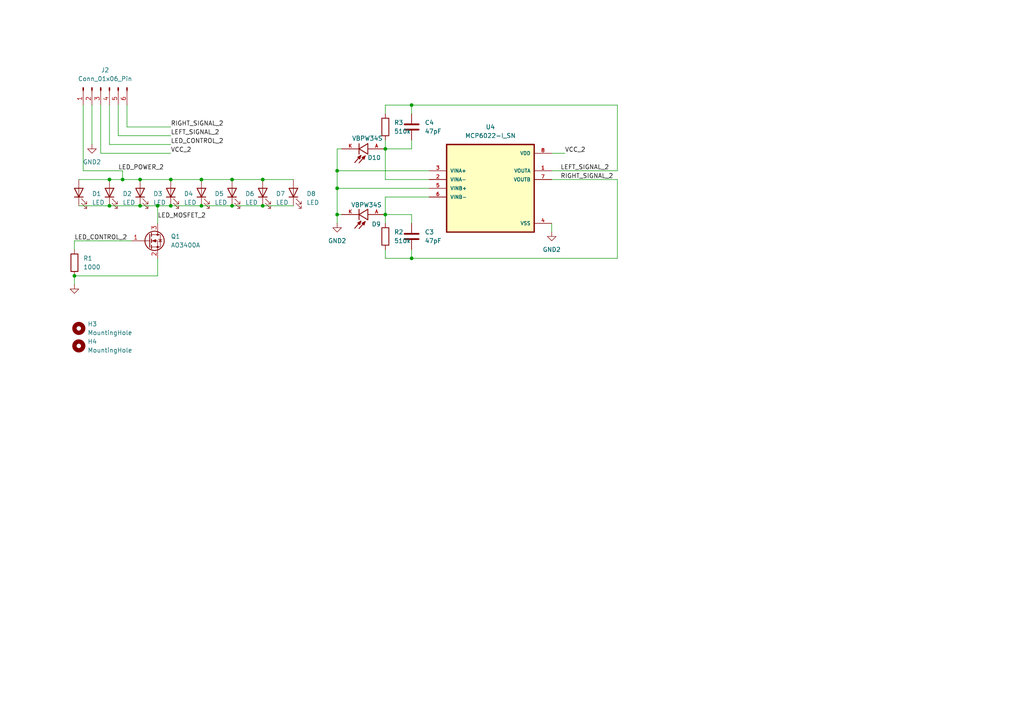
<source format=kicad_sch>
(kicad_sch (version 20231120) (generator "eeschema") (generator_version "8.0")
  (paper "A4")
  (lib_symbols
    (symbol "Connector:Conn_01x06_Pin" (pin_names (offset 1.016) hide)
      (property "Reference" "J" (at 0 7.62 0))
      (property "Value" "Conn_01x06_Pin" (at 0 -10.16 0))
      (symbol "Conn_01x06_Pin_1_1"
        (polyline (pts (xy 1.27 -7.62) (xy 0.8636 -7.62)) (stroke (width 0.1524)))
        (polyline (pts (xy 1.27 -5.08) (xy 0.8636 -5.08)) (stroke (width 0.1524)))
        (polyline (pts (xy 1.27 -2.54) (xy 0.8636 -2.54)) (stroke (width 0.1524)))
        (polyline (pts (xy 1.27 0) (xy 0.8636 0)) (stroke (width 0.1524)))
        (polyline (pts (xy 1.27 2.54) (xy 0.8636 2.54)) (stroke (width 0.1524)))
        (polyline (pts (xy 1.27 5.08) (xy 0.8636 5.08)) (stroke (width 0.1524)))
        (rectangle (start 0.8636 -7.493) (end 0 -7.747) (stroke (width 0.1524)) (fill (type outline)))
        (rectangle (start 0.8636 -4.953) (end 0 -5.207) (stroke (width 0.1524)) (fill (type outline)))
        (rectangle (start 0.8636 -2.413) (end 0 -2.667) (stroke (width 0.1524)) (fill (type outline)))
        (rectangle (start 0.8636 0.127) (end 0 -0.127) (stroke (width 0.1524)) (fill (type outline)))
        (rectangle (start 0.8636 2.667) (end 0 2.413) (stroke (width 0.1524)) (fill (type outline)))
        (rectangle (start 0.8636 5.207) (end 0 4.953) (stroke (width 0.1524)) (fill (type outline)))
        (pin passive line (at 5.08 5.08 180) (length 3.81) (name "Pin_1") (number "1"))
        (pin passive line (at 5.08 2.54 180) (length 3.81) (name "Pin_2") (number "2"))
        (pin passive line (at 5.08 0 180) (length 3.81) (name "Pin_3") (number "3"))
        (pin passive line (at 5.08 -2.54 180) (length 3.81) (name "Pin_4") (number "4"))
        (pin passive line (at 5.08 -5.08 180) (length 3.81) (name "Pin_5") (number "5"))
        (pin passive line (at 5.08 -7.62 180) (length 3.81) (name "Pin_6") (number "6"))
      )
    )
    (symbol "Device:C" (pin_numbers hide) (pin_names (offset 0.254))
      (property "Reference" "C" (at 0.635 2.54 0))
      (property "Value" "C" (at 0.635 -2.54 0))
      (symbol "C_0_1"
        (polyline (pts (xy -2.032 -0.762) (xy 2.032 -0.762)) (stroke (width 0.508)))
        (polyline (pts (xy -2.032 0.762) (xy 2.032 0.762)) (stroke (width 0.508)))
      )
      (symbol "C_1_1"
        (pin passive line (at 0 3.81 270) (length 2.794) (name "~") (number "1"))
        (pin passive line (at 0 -3.81 90) (length 2.794) (name "~") (number "2"))
      )
    )
    (symbol "Device:LED" (pin_numbers hide) (pin_names (offset 1.016) hide)
      (property "Reference" "D" (at 0 2.54 0))
      (property "Value" "LED" (at 0 -2.54 0))
      (symbol "LED_0_1"
        (polyline (pts (xy -1.27 -1.27) (xy -1.27 1.27)) (stroke (width 0.254)))
        (polyline (pts (xy -1.27 0) (xy 1.27 0)))
        (polyline (pts (xy 1.27 -1.27) (xy 1.27 1.27) (xy -1.27 0) (xy 1.27 -1.27)) (stroke (width 0.254)))
        (polyline (pts (xy -3.048 -0.762) (xy -4.572 -2.286) (xy -3.81 -2.286) (xy -4.572 -2.286) (xy -4.572 -1.524)))
        (polyline (pts (xy -1.778 -0.762) (xy -3.302 -2.286) (xy -2.54 -2.286) (xy -3.302 -2.286) (xy -3.302 -1.524)))
      )
      (symbol "LED_1_1"
        (pin passive line (at -3.81 0 0) (length 2.54) (name "K") (number "1"))
        (pin passive line (at 3.81 0 180) (length 2.54) (name "A") (number "2"))
      )
    )
    (symbol "Device:R" (pin_numbers hide) (pin_names (offset 0))
      (property "Reference" "R" (at 2.032 0 90))
      (property "Value" "R" (at 0 0 90))
      (symbol "R_0_1"
        (rectangle (start -1.016 -2.54) (end 1.016 2.54) (stroke (width 0.254)))
      )
      (symbol "R_1_1"
        (pin passive line (at 0 3.81 270) (length 1.27) (name "~") (number "1"))
        (pin passive line (at 0 -3.81 90) (length 1.27) (name "~") (number "2"))
      )
    )
    (symbol "MCP6022-I_SN:MCP6022-I_SN" (pin_names (offset 1.016))
      (property "Reference" "U" (at -12.7 13.7 0))
      (property "Value" "MCP6022-I_SN" (at -12.7 -16.7 0))
      (symbol "MCP6022-I_SN_0_0"
        (rectangle (start -12.7 -12.7) (end 12.7 12.7) (stroke (width 0.41)) (fill (type background)))
        (pin output line (at 17.78 5.08 180) (length 5.08) (name "VOUTA") (number "1"))
        (pin input line (at -17.78 2.54 0) (length 5.08) (name "VINA-") (number "2"))
        (pin input line (at -17.78 5.08 0) (length 5.08) (name "VINA+") (number "3"))
        (pin power_in line (at 17.78 -10.16 180) (length 5.08) (name "VSS") (number "4"))
        (pin input line (at -17.78 0 0) (length 5.08) (name "VINB+") (number "5"))
        (pin input line (at -17.78 -2.54 0) (length 5.08) (name "VINB-") (number "6"))
        (pin output line (at 17.78 2.54 180) (length 5.08) (name "VOUTB") (number "7"))
        (pin power_in line (at 17.78 10.16 180) (length 5.08) (name "VDD") (number "8"))
      )
    )
    (symbol "Mechanical:MountingHole" (pin_names (offset 1.016)) (exclude_from_sim yes) (in_bom no)
      (property "Reference" "H" (at 0 5.08 0))
      (property "Value" "MountingHole" (at 0 3.175 0))
      (symbol "MountingHole_0_1"
        (circle (center 0 0) (radius 1.27) (stroke (width 1.27)))
      )
    )
    (symbol "Transistor_FET:AO3400A" (pin_names hide)
      (property "Reference" "Q" (at 5.08 1.905 0))
      (property "Value" "AO3400A" (at 5.08 0 0))
      (symbol "AO3400A_0_1"
        (polyline (pts (xy 0.254 0) (xy -2.54 0)))
        (polyline (pts (xy 0.254 1.905) (xy 0.254 -1.905)) (stroke (width 0.254)))
        (polyline (pts (xy 0.762 -1.27) (xy 0.762 -2.286)) (stroke (width 0.254)))
        (polyline (pts (xy 0.762 0.508) (xy 0.762 -0.508)) (stroke (width 0.254)))
        (polyline (pts (xy 0.762 2.286) (xy 0.762 1.27)) (stroke (width 0.254)))
        (polyline (pts (xy 2.54 2.54) (xy 2.54 1.778)))
        (polyline (pts (xy 2.54 -2.54) (xy 2.54 0) (xy 0.762 0)))
        (polyline (pts (xy 0.762 -1.778) (xy 3.302 -1.778) (xy 3.302 1.778) (xy 0.762 1.778)))
        (polyline (pts (xy 1.016 0) (xy 2.032 0.381) (xy 2.032 -0.381) (xy 1.016 0)) (fill (type outline)))
        (polyline (pts (xy 2.794 0.508) (xy 2.921 0.381) (xy 3.683 0.381) (xy 3.81 0.254)))
        (polyline (pts (xy 3.302 0.381) (xy 2.921 -0.254) (xy 3.683 -0.254) (xy 3.302 0.381)))
        (circle (center 1.651 0) (radius 2.794) (stroke (width 0.254)))
        (circle (center 2.54 -1.778) (radius 0.254) (fill (type outline)))
        (circle (center 2.54 1.778) (radius 0.254) (fill (type outline)))
      )
      (symbol "AO3400A_1_1"
        (pin input line (at -5.08 0 0) (length 2.54) (name "G") (number "1"))
        (pin passive line (at 2.54 -5.08 90) (length 2.54) (name "S") (number "2"))
        (pin passive line (at 2.54 5.08 270) (length 2.54) (name "D") (number "3"))
      )
    )
    (symbol "VBPW34S:VBPW34S" (pin_names (offset 1.016))
      (property "Reference" "D" (at -0.5588 4.4958 0))
      (property "Value" "VBPW34S" (at -1.016 -3.302 0))
      (symbol "VBPW34S_0_0"
        (polyline (pts (xy 0 -1.524) (xy 2.54 0)) (stroke (width 0.254)))
        (polyline (pts (xy 0 1.524) (xy 0 -1.524)) (stroke (width 0.254)))
        (polyline (pts (xy 0.762 2.032) (xy 1.0922 2.9972)) (stroke (width 0.254)))
        (polyline (pts (xy 0.762 2.032) (xy 2.54 4.064)) (stroke (width 0.254)))
        (polyline (pts (xy 1.0668 2.2606) (xy 1.1938 2.2606)) (stroke (width 0.254)))
        (polyline (pts (xy 1.0922 2.9972) (xy 1.0668 2.2606)) (stroke (width 0.254)))
        (polyline (pts (xy 1.0922 2.9972) (xy 1.651 2.5146)) (stroke (width 0.254)))
        (polyline (pts (xy 1.4732 2.5908) (xy 1.2446 2.4384)) (stroke (width 0.254)))
        (polyline (pts (xy 1.651 2.5146) (xy 0.762 2.032)) (stroke (width 0.254)))
        (polyline (pts (xy 2.0066 1.9304) (xy 2.3368 2.8956)) (stroke (width 0.254)))
        (polyline (pts (xy 2.0066 1.9304) (xy 3.7846 3.9624)) (stroke (width 0.254)))
        (polyline (pts (xy 2.3114 2.159) (xy 2.4384 2.159)) (stroke (width 0.254)))
        (polyline (pts (xy 2.3368 2.8956) (xy 2.3114 2.159)) (stroke (width 0.254)))
        (polyline (pts (xy 2.3368 2.8956) (xy 2.8956 2.413)) (stroke (width 0.254)))
        (polyline (pts (xy 2.54 0) (xy 0 1.524)) (stroke (width 0.254)))
        (polyline (pts (xy 2.54 1.524) (xy 2.54 -1.524)) (stroke (width 0.254)))
        (polyline (pts (xy 2.7178 2.4892) (xy 2.4892 2.3368)) (stroke (width 0.254)))
        (polyline (pts (xy 2.8956 2.413) (xy 2.0066 1.9304)) (stroke (width 0.254)))
        (pin passive line (at -5.08 0 0) (length 5.08) (name "~") (number "A"))
        (pin passive line (at 7.62 0 180) (length 5.08) (name "~") (number "K"))
      )
    )
    (symbol "power:GND2" (power) (pin_numbers hide) (pin_names (offset 0) hide)
      (property "Value" "GND2" (at 0 -3.81 0))
      (symbol "GND2_0_1"
        (polyline (pts (xy 0 0) (xy 0 -1.27) (xy 1.27 -1.27) (xy 0 -2.54) (xy -1.27 -1.27) (xy 0 -1.27)))
      )
      (symbol "GND2_1_1"
        (pin power_in line (at 0 0 270) (length 0) (name "~") (number "1"))
      )
    )
  )
  (junction (at 40.64 52.07))
  (junction (at 49.53 52.07))
  (junction (at 119.38 30.48))
  (junction (at 67.31 52.07))
  (junction (at 97.79 49.53))
  (junction (at 76.2 59.69))
  (junction (at 21.59 80.01))
  (junction (at 76.2 52.07))
  (junction (at 111.76 62.23))
  (junction (at 45.72 59.69))
  (junction (at 49.53 59.69))
  (junction (at 111.76 43.18))
  (junction (at 58.42 59.69))
  (junction (at 31.75 59.69))
  (junction (at 35.56 52.07))
  (junction (at 119.38 74.93))
  (junction (at 31.75 52.07))
  (junction (at 40.64 59.69))
  (junction (at 67.31 59.69))
  (junction (at 97.79 62.23))
  (junction (at 97.79 54.61))
  (junction (at 58.42 52.07))
  (wire (pts (xy 97.79 62.23) (xy 99.06 62.23)))
  (wire (pts (xy 160.02 44.45) (xy 163.83 44.45)))
  (wire (pts (xy 97.79 64.77) (xy 97.79 62.23)))
  (wire (pts (xy 35.56 49.53) (xy 35.56 52.07)))
  (wire (pts (xy 40.64 52.07) (xy 49.53 52.07)))
  (wire (pts (xy 119.38 62.23) (xy 119.38 64.77)))
  (wire (pts (xy 160.02 52.07) (xy 179.07 52.07)))
  (wire (pts (xy 97.79 54.61) (xy 97.79 62.23)))
  (wire (pts (xy 119.38 72.39) (xy 119.38 74.93)))
  (wire (pts (xy 111.76 52.07) (xy 124.46 52.07)))
  (wire (pts (xy 111.76 30.48) (xy 119.38 30.48)))
  (wire (pts (xy 22.86 59.69) (xy 31.75 59.69)))
  (wire (pts (xy 67.31 52.07) (xy 76.2 52.07)))
  (wire (pts (xy 179.07 49.53) (xy 179.07 30.48)))
  (wire (pts (xy 179.07 74.93) (xy 119.38 74.93)))
  (wire (pts (xy 111.76 30.48) (xy 111.76 33.02)))
  (wire (pts (xy 111.76 72.39) (xy 111.76 74.93)))
  (wire (pts (xy 24.13 30.48) (xy 24.13 49.53)))
  (wire (pts (xy 45.72 59.69) (xy 49.53 59.69)))
  (wire (pts (xy 24.13 49.53) (xy 35.56 49.53)))
  (wire (pts (xy 111.76 43.18) (xy 119.38 43.18)))
  (wire (pts (xy 35.56 52.07) (xy 40.64 52.07)))
  (wire (pts (xy 58.42 59.69) (xy 67.31 59.69)))
  (wire (pts (xy 97.79 49.53) (xy 97.79 54.61)))
  (wire (pts (xy 111.76 40.64) (xy 111.76 43.18)))
  (wire (pts (xy 31.75 59.69) (xy 40.64 59.69)))
  (wire (pts (xy 21.59 69.85) (xy 21.59 72.39)))
  (wire (pts (xy 22.86 52.07) (xy 31.75 52.07)))
  (wire (pts (xy 111.76 43.18) (xy 111.76 52.07)))
  (wire (pts (xy 179.07 52.07) (xy 179.07 74.93)))
  (wire (pts (xy 119.38 30.48) (xy 179.07 30.48)))
  (wire (pts (xy 111.76 62.23) (xy 119.38 62.23)))
  (wire (pts (xy 36.83 36.83) (xy 49.53 36.83)))
  (wire (pts (xy 67.31 59.69) (xy 76.2 59.69)))
  (wire (pts (xy 31.75 41.91) (xy 49.53 41.91)))
  (wire (pts (xy 29.21 30.48) (xy 29.21 44.45)))
  (wire (pts (xy 111.76 62.23) (xy 111.76 64.77)))
  (wire (pts (xy 97.79 43.18) (xy 97.79 49.53)))
  (wire (pts (xy 31.75 30.48) (xy 31.75 41.91)))
  (wire (pts (xy 45.72 74.93) (xy 45.72 80.01)))
  (wire (pts (xy 119.38 40.64) (xy 119.38 43.18)))
  (wire (pts (xy 160.02 64.77) (xy 160.02 67.31)))
  (wire (pts (xy 160.02 49.53) (xy 179.07 49.53)))
  (wire (pts (xy 31.75 52.07) (xy 35.56 52.07)))
  (wire (pts (xy 58.42 52.07) (xy 67.31 52.07)))
  (wire (pts (xy 34.29 30.48) (xy 34.29 39.37)))
  (wire (pts (xy 119.38 74.93) (xy 111.76 74.93)))
  (wire (pts (xy 76.2 59.69) (xy 85.09 59.69)))
  (wire (pts (xy 97.79 43.18) (xy 99.06 43.18)))
  (wire (pts (xy 119.38 30.48) (xy 119.38 33.02)))
  (wire (pts (xy 111.76 57.15) (xy 111.76 62.23)))
  (wire (pts (xy 21.59 80.01) (xy 21.59 82.55)))
  (wire (pts (xy 21.59 69.85) (xy 38.1 69.85)))
  (wire (pts (xy 111.76 57.15) (xy 124.46 57.15)))
  (wire (pts (xy 76.2 52.07) (xy 85.09 52.07)))
  (wire (pts (xy 34.29 39.37) (xy 49.53 39.37)))
  (wire (pts (xy 97.79 49.53) (xy 124.46 49.53)))
  (wire (pts (xy 36.83 30.48) (xy 36.83 36.83)))
  (wire (pts (xy 29.21 44.45) (xy 49.53 44.45)))
  (wire (pts (xy 40.64 59.69) (xy 45.72 59.69)))
  (wire (pts (xy 26.67 30.48) (xy 26.67 41.91)))
  (wire (pts (xy 49.53 59.69) (xy 58.42 59.69)))
  (wire (pts (xy 49.53 52.07) (xy 58.42 52.07)))
  (wire (pts (xy 97.79 54.61) (xy 124.46 54.61)))
  (wire (pts (xy 45.72 59.69) (xy 45.72 64.77)))
  (wire (pts (xy 21.59 80.01) (xy 45.72 80.01)))
  (label "LEFT_SIGNAL_2" (at 49.53 39.37 0))
  (label "VCC_2" (at 163.83 44.45 0))
  (label "RIGHT_SIGNAL_2" (at 49.53 36.83 0))
  (label "VCC_2" (at 49.53 44.45 0))
  (label "LED_MOSFET_2" (at 45.72 63.5 0))
  (label "LEFT_SIGNAL_2" (at 162.56 49.53 0))
  (label "LED_CONTROL_2" (at 49.53 41.91 0))
  (label "LED_CONTROL_2" (at 21.59 69.85 0))
  (label "RIGHT_SIGNAL_2" (at 162.56 52.07 0))
  (label "LED_POWER_2" (at 34.29 49.53 0))
  (symbol (lib_id "Device:R") (at 21.59 76.2 0) (unit 1)
    (property "Reference" "R1" (at 24.13 74.9299 0) (effects (justify left)))
    (property "Value" "1000" (at 24.13 77.4699 0) (effects (justify left)))
    (property "Footprint" "Resistor_SMD:R_0603_1608Metric_Pad0.98x0.95mm_HandSolder" (effects (hide yes)))
  )
  (symbol (lib_id "Transistor_FET:AO3400A") (at 43.18 69.85 0) (unit 1)
    (property "Reference" "Q1" (at 49.53 68.5799 0) (effects (justify left)))
    (property "Value" "AO3400A" (at 49.53 71.1199 0) (effects (justify left)))
    (property "Footprint" "Package_TO_SOT_SMD:SOT-23" (effects (hide yes)))
    (property "Datasheet" "http://www.aosmd.com/pdfs/datasheet/AO3400A.pdf" (effects (hide yes)))
  )
  (symbol (lib_id "power:GND2") (at 26.67 41.91 0) (unit 1)
    (property "Reference" "#PWR07" (effects (hide yes)))
    (property "Value" "GND2" (at 26.67 46.99 0))
    (property "Description" "Power symbol creates a global label with name \"GND2\" , ground" (effects (hide yes)))
  )
  (symbol (lib_id "Device:R") (at 111.76 36.83 180) (unit 1)
    (property "Reference" "R3" (at 114.3 35.5599 0) (effects (justify right)))
    (property "Value" "510k" (at 114.3 38.0999 0) (effects (justify right)))
    (property "Footprint" "Resistor_SMD:R_0603_1608Metric_Pad0.98x0.95mm_HandSolder" (effects (hide yes)))
    (property "Description" "Resistor" (effects (hide yes)))
  )
  (symbol (lib_id "Mechanical:MountingHole") (at 22.86 100.33 0) (unit 1) (exclude_from_sim yes) (in_bom no)
    (property "Reference" "H4" (at 25.4 99.0599 0) (effects (justify left)))
    (property "Value" "MountingHole" (at 25.4 101.5999 0) (effects (justify left)))
    (property "Footprint" "Library:MountingHole_1.6mm_M1.4_ISO7380" (effects (hide yes)))
    (property "Description" "Mounting Hole without connection" (effects (hide yes)))
  )
  (symbol (lib_id "Device:C") (at 119.38 68.58 0) (unit 1)
    (property "Reference" "C3" (at 123.19 67.3099 0) (effects (justify left)))
    (property "Value" "47pF" (at 123.19 69.8499 0) (effects (justify left)))
    (property "Footprint" "Capacitor_SMD:C_0603_1608Metric_Pad1.08x0.95mm_HandSolder" (effects (hide yes)))
    (property "Description" "Unpolarized capacitor" (effects (hide yes)))
  )
  (symbol (lib_id "Device:LED") (at 40.64 55.88 90) (unit 1)
    (property "Reference" "D3" (at 44.45 56.1974 90) (effects (justify right)))
    (property "Value" "LED" (at 44.45 58.7374 90) (effects (justify right)))
    (property "Footprint" "LED_SMD:LED_1210_3225Metric_Pad1.42x2.65mm_HandSolder" (effects (hide yes)))
  )
  (symbol (lib_id "Device:LED") (at 76.2 55.88 90) (unit 1)
    (property "Reference" "D7" (at 80.01 56.1974 90) (effects (justify right)))
    (property "Value" "LED" (at 80.01 58.7374 90) (effects (justify right)))
    (property "Footprint" "LED_SMD:LED_1210_3225Metric_Pad1.42x2.65mm_HandSolder" (effects (hide yes)))
  )
  (symbol (lib_id "MCP6022-I_SN:MCP6022-I_SN") (at 142.24 54.61 0) (unit 1)
    (property "Reference" "U4" (at 142.24 36.83 0))
    (property "Value" "MCP6022-I_SN" (at 142.24 39.37 0))
    (property "Footprint" "MCP6022-I_SN:SOIC127P599X175-8N" (effects (hide yes)))
    (property "MF" "Microchip" (effects (hide yes)))
    (property "Description_1" "\nMicrochip MCP6022-I/SN,Dual Op Amp,10MHz CMOS,Rail to Rail,3V,5V,8-Pin SOIC | Microchip Technology Inc. MCP6022-I/SN\n" (effects (hide yes)))
    (property "Package" "SOIC-8 Microchip" (effects (hide yes)))
    (property "Price" "None" (effects (hide yes)))
    (property "SnapEDA_Link" "https://www.snapeda.com/parts/MCP6022-I/SN/Microchip/view-part/?ref=snap" (effects (hide yes)))
    (property "MP" "MCP6022-I/SN" (effects (hide yes)))
    (property "Purchase-URL" "https://www.snapeda.com/api/url_track_click_mouser/?unipart_id=43752&manufacturer=Microchip&part_name=MCP6022-I/SN&search_term=mcp6022" (effects (hide yes)))
    (property "Availability" "In Stock" (effects (hide yes)))
    (property "Check_prices" "https://www.snapeda.com/parts/MCP6022-I/SN/Microchip/view-part/?ref=eda" (effects (hide yes)))
  )
  (symbol (lib_id "power:GND2") (at 97.79 64.77 0) (unit 1)
    (property "Reference" "#PWR02" (effects (hide yes)))
    (property "Value" "GND2" (at 97.79 69.85 0))
    (property "Description" "Power symbol creates a global label with name \"GND2\" , ground" (effects (hide yes)))
  )
  (symbol (lib_id "Mechanical:MountingHole") (at 22.86 95.25 0) (unit 1) (exclude_from_sim yes) (in_bom no)
    (property "Reference" "H3" (at 25.4 93.9799 0) (effects (justify left)))
    (property "Value" "MountingHole" (at 25.4 96.5199 0) (effects (justify left)))
    (property "Footprint" "Library:MountingHole_1.6mm_M1.4_ISO7380" (effects (hide yes)))
    (property "Description" "Mounting Hole without connection" (effects (hide yes)))
  )
  (symbol (lib_id "VBPW34S:VBPW34S") (at 106.68 43.18 180) (unit 1)
    (property "Reference" "D10" (at 110.49 45.72 0) (effects (justify left)))
    (property "Value" "VBPW34S" (at 110.998 40.132 0) (effects (justify left)))
    (property "Footprint" "VBPW34S:XDCR_VBPW34S" (effects (hide yes)))
    (property "DigiKey_Part_Number" "751-1500-2-ND" (effects (hide yes)))
    (property "MF" "Vishay" (effects (hide yes)))
    (property "MAXIMUM_PACKAGE_HEIGHT" "1.4mm" (effects (hide yes)))
    (property "Package" "Package" (effects (hide yes)))
    (property "Check_prices" "https://www.snapeda.com/parts/VBPW34S/Vishay+Semiconductor+Opto+Division/view-part/?ref=eda" (effects (hide yes)))
    (property "STANDARD" "Manufacturer Recommendations" (effects (hide yes)))
    (property "PARTREV" "1.2" (effects (hide yes)))
    (property "SnapEDA_Link" "https://www.snapeda.com/parts/VBPW34S/Vishay+Semiconductor+Opto+Division/view-part/?ref=snap" (effects (hide yes)))
    (property "MP" "VBPW34S" (effects (hide yes)))
    (property "Purchase-URL" "https://www.snapeda.com/api/url_track_click_mouser/?unipart_id=139260&manufacturer=Vishay&part_name=VBPW34S&search_term=vbpw34" (effects (hide yes)))
    (property "Description_1" "\nPhotodiode 940nm 100ns 130° 2-SMD, Gull Wing\n" (effects (hide yes)))
    (property "MANUFACTURER" "Vishay" (effects (hide yes)))
  )
  (symbol (lib_id "Device:R") (at 111.76 68.58 180) (unit 1)
    (property "Reference" "R2" (at 114.3 67.3099 0) (effects (justify right)))
    (property "Value" "510k" (at 114.3 69.8499 0) (effects (justify right)))
    (property "Footprint" "Resistor_SMD:R_0603_1608Metric_Pad0.98x0.95mm_HandSolder" (effects (hide yes)))
    (property "Description" "Resistor" (effects (hide yes)))
  )
  (symbol (lib_id "VBPW34S:VBPW34S") (at 106.68 62.23 180) (unit 1)
    (property "Reference" "D9" (at 110.49 65.024 0) (effects (justify left)))
    (property "Value" "VBPW34S" (at 110.744 59.436 0) (effects (justify left)))
    (property "Footprint" "VBPW34S:XDCR_VBPW34S" (effects (hide yes)))
    (property "DigiKey_Part_Number" "751-1500-2-ND" (effects (hide yes)))
    (property "MF" "Vishay" (effects (hide yes)))
    (property "MAXIMUM_PACKAGE_HEIGHT" "1.4mm" (effects (hide yes)))
    (property "Package" "Package" (effects (hide yes)))
    (property "Check_prices" "https://www.snapeda.com/parts/VBPW34S/Vishay+Semiconductor+Opto+Division/view-part/?ref=eda" (effects (hide yes)))
    (property "STANDARD" "Manufacturer Recommendations" (effects (hide yes)))
    (property "PARTREV" "1.2" (effects (hide yes)))
    (property "SnapEDA_Link" "https://www.snapeda.com/parts/VBPW34S/Vishay+Semiconductor+Opto+Division/view-part/?ref=snap" (effects (hide yes)))
    (property "MP" "VBPW34S" (effects (hide yes)))
    (property "Purchase-URL" "https://www.snapeda.com/api/url_track_click_mouser/?unipart_id=139260&manufacturer=Vishay&part_name=VBPW34S&search_term=vbpw34" (effects (hide yes)))
    (property "Description_1" "\nPhotodiode 940nm 100ns 130° 2-SMD, Gull Wing\n" (effects (hide yes)))
    (property "MANUFACTURER" "Vishay" (effects (hide yes)))
  )
  (symbol (lib_id "Device:C") (at 119.38 36.83 0) (unit 1)
    (property "Reference" "C4" (at 123.19 35.5599 0) (effects (justify left)))
    (property "Value" "47pF" (at 123.19 38.0999 0) (effects (justify left)))
    (property "Footprint" "Capacitor_SMD:C_0603_1608Metric_Pad1.08x0.95mm_HandSolder" (effects (hide yes)))
    (property "Description" "Unpolarized capacitor" (effects (hide yes)))
  )
  (symbol (lib_id "Device:LED") (at 67.31 55.88 90) (unit 1)
    (property "Reference" "D6" (at 71.12 56.1974 90) (effects (justify right)))
    (property "Value" "LED" (at 71.12 58.7374 90) (effects (justify right)))
    (property "Footprint" "LED_SMD:LED_1210_3225Metric_Pad1.42x2.65mm_HandSolder" (effects (hide yes)))
  )
  (symbol (lib_id "Device:LED") (at 58.42 55.88 90) (unit 1)
    (property "Reference" "D5" (at 62.23 56.1974 90) (effects (justify right)))
    (property "Value" "LED" (at 62.23 58.7374 90) (effects (justify right)))
    (property "Footprint" "LED_SMD:LED_1210_3225Metric_Pad1.42x2.65mm_HandSolder" (effects (hide yes)))
  )
  (symbol (lib_id "Device:LED") (at 49.53 55.88 90) (unit 1)
    (property "Reference" "D4" (at 53.34 56.1974 90) (effects (justify right)))
    (property "Value" "LED" (at 53.34 58.7374 90) (effects (justify right)))
    (property "Footprint" "LED_SMD:LED_1210_3225Metric_Pad1.42x2.65mm_HandSolder" (effects (hide yes)))
  )
  (symbol (lib_id "power:GND2") (at 160.02 67.31 0) (unit 1)
    (property "Reference" "#PWR018" (effects (hide yes)))
    (property "Value" "GND2" (at 160.02 72.39 0))
    (property "Description" "Power symbol creates a global label with name \"GND2\" , ground" (effects (hide yes)))
  )
  (symbol (lib_id "Device:LED") (at 85.09 55.88 90) (unit 1)
    (property "Reference" "D8" (at 88.9 56.1974 90) (effects (justify right)))
    (property "Value" "LED" (at 88.9 58.7374 90) (effects (justify right)))
    (property "Footprint" "LED_SMD:LED_1210_3225Metric_Pad1.42x2.65mm_HandSolder" (effects (hide yes)))
  )
  (symbol (lib_id "power:GND2") (at 21.59 82.55 0) (unit 1)
    (property "Reference" "#PWR09" (effects (hide yes)))
    (property "Value" "GND2" (effects (hide yes)))
    (property "Description" "Power symbol creates a global label with name \"GND2\" , ground" (effects (hide yes)))
  )
  (symbol (lib_id "Device:LED") (at 31.75 55.88 90) (unit 1)
    (property "Reference" "D2" (at 35.56 56.1974 90) (effects (justify right)))
    (property "Value" "LED" (at 35.56 58.7374 90) (effects (justify right)))
    (property "Footprint" "LED_SMD:LED_1210_3225Metric_Pad1.42x2.65mm_HandSolder" (effects (hide yes)))
  )
  (symbol (lib_id "Connector:Conn_01x06_Pin") (at 29.21 25.4 90) (mirror x) (unit 1)
    (property "Reference" "J2" (at 30.48 20.32 90))
    (property "Value" "Conn_01x06_Pin" (at 30.48 22.86 90))
    (property "Footprint" "Connector_PinHeader_2.54mm:PinHeader_1x06_P2.54mm_Vertical" (effects (hide yes)))
    (property "Description" "Generic connector, single row, 01x06, script generated" (effects (hide yes)))
  )
  (symbol (lib_id "Device:LED") (at 22.86 55.88 90) (unit 1)
    (property "Reference" "D1" (at 26.67 56.1974 90) (effects (justify right)))
    (property "Value" "LED" (at 26.67 58.7374 90) (effects (justify right)))
    (property "Footprint" "LED_SMD:LED_1210_3225Metric_Pad1.42x2.65mm_HandSolder" (effects (hide yes)))
  )
)
</source>
